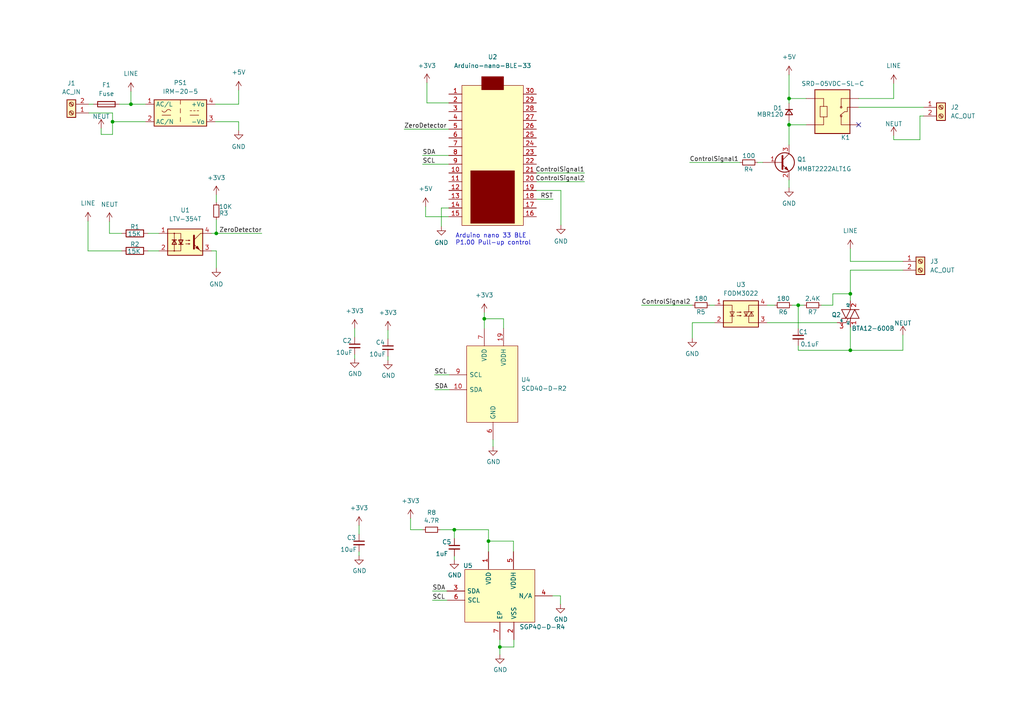
<source format=kicad_sch>
(kicad_sch (version 20211123) (generator eeschema)
  (paper "A4")
  (lib_symbols
    (symbol "Connector:Screw_Terminal_01x02" (pin_names (offset 1.016) hide)
      (property "Reference" "J" (at 0 2.54 0))
      (property "Value" "Screw_Terminal_01x02" (at 0 -5.08 0))
      (symbol "Screw_Terminal_01x02_1_1"
        (rectangle (start -1.27 1.27) (end 1.27 -3.81) (stroke (width 0.254)) (fill (type background)))
        (circle (center 0 -2.54) (radius 0.635) (stroke (width 0.1524)))
        (polyline (pts (xy -0.5334 -2.2098) (xy 0.3302 -3.048)) (stroke (width 0.1524)))
        (polyline (pts (xy -0.5334 0.3302) (xy 0.3302 -0.508)) (stroke (width 0.1524)))
        (polyline (pts (xy -0.3556 -2.032) (xy 0.508 -2.8702)) (stroke (width 0.1524)))
        (polyline (pts (xy -0.3556 0.508) (xy 0.508 -0.3302)) (stroke (width 0.1524)))
        (circle (center 0 0) (radius 0.635) (stroke (width 0.1524)))
        (pin passive line (at -5.08 0 0) (length 3.81) (name "Pin_1") (number "1"))
        (pin passive line (at -5.08 -2.54 0) (length 3.81) (name "Pin_2") (number "2"))
      )
    )
    (symbol "Converter_ACDC:IRM-20-5"
      (property "Reference" "PS" (at 0 5.08 0))
      (property "Value" "IRM-20-5" (at 0 -5.08 0))
      (symbol "IRM-20-5_0_1"
        (rectangle (start -7.62 3.81) (end 7.62 -3.81) (stroke (width 0.254)) (fill (type background)))
        (arc (start -5.334 0.635) (mid -4.699 0.2495) (end -4.064 0.635))
        (arc (start -2.794 0.635) (mid -3.429 1.0072) (end -4.064 0.635))
        (polyline (pts (xy -5.334 -0.635) (xy -2.794 -0.635)))
        (polyline (pts (xy 0 -1.27) (xy 0 -2.54)))
        (polyline (pts (xy 0 1.27) (xy 0 0)))
        (polyline (pts (xy 0 3.81) (xy 0 2.54)))
        (polyline (pts (xy 2.794 -0.635) (xy 5.334 -0.635)))
        (polyline (pts (xy 2.794 0.635) (xy 3.302 0.635)))
        (polyline (pts (xy 3.81 0.635) (xy 4.318 0.635)))
        (polyline (pts (xy 4.826 0.635) (xy 5.334 0.635)))
      )
      (symbol "IRM-20-5_1_1"
        (pin power_in line (at -10.16 2.54 0) (length 2.54) (name "AC/L") (number "1"))
        (pin power_in line (at -10.16 -2.54 0) (length 2.54) (name "AC/N") (number "2"))
        (pin power_out line (at 10.16 -2.54 180) (length 2.54) (name "-Vo") (number "3"))
        (pin power_out line (at 10.16 2.54 180) (length 2.54) (name "+Vo") (number "4"))
      )
    )
    (symbol "Device:C_Small" (pin_numbers hide) (pin_names (offset 0.254) hide)
      (property "Reference" "C" (at 0.254 1.778 0))
      (property "Value" "C_Small" (at 0.254 -2.032 0))
      (symbol "C_Small_0_1"
        (polyline (pts (xy -1.524 -0.508) (xy 1.524 -0.508)) (stroke (width 0.3302)))
        (polyline (pts (xy -1.524 0.508) (xy 1.524 0.508)) (stroke (width 0.3048)))
      )
      (symbol "C_Small_1_1"
        (pin passive line (at 0 2.54 270) (length 2.032) (name "~") (number "1"))
        (pin passive line (at 0 -2.54 90) (length 2.032) (name "~") (number "2"))
      )
    )
    (symbol "Device:D_Small" (pin_numbers hide) (pin_names (offset 0.254) hide)
      (property "Reference" "D" (at -1.27 2.032 0))
      (property "Value" "D_Small" (at -3.81 -2.032 0))
      (symbol "D_Small_0_1"
        (polyline (pts (xy -0.762 -1.016) (xy -0.762 1.016)) (stroke (width 0.254)))
        (polyline (pts (xy -0.762 0) (xy 0.762 0)))
        (polyline (pts (xy 0.762 -1.016) (xy -0.762 0) (xy 0.762 1.016) (xy 0.762 -1.016)) (stroke (width 0.254)))
      )
      (symbol "D_Small_1_1"
        (pin passive line (at -2.54 0 0) (length 1.778) (name "K") (number "1"))
        (pin passive line (at 2.54 0 180) (length 1.778) (name "A") (number "2"))
      )
    )
    (symbol "Device:Fuse" (pin_numbers hide) (pin_names (offset 0))
      (property "Reference" "F" (at 2.032 0 90))
      (property "Value" "Fuse" (at -1.905 0 90))
      (symbol "Fuse_0_1"
        (rectangle (start -0.762 -2.54) (end 0.762 2.54) (stroke (width 0.254)))
        (polyline (pts (xy 0 2.54) (xy 0 -2.54)))
      )
      (symbol "Fuse_1_1"
        (pin passive line (at 0 3.81 270) (length 1.27) (name "~") (number "1"))
        (pin passive line (at 0 -3.81 90) (length 1.27) (name "~") (number "2"))
      )
    )
    (symbol "Device:R" (pin_numbers hide) (pin_names (offset 0))
      (property "Reference" "R" (at 2.032 0 90))
      (property "Value" "R" (at 0 0 90))
      (symbol "R_0_1"
        (rectangle (start -1.016 -2.54) (end 1.016 2.54) (stroke (width 0.254)))
      )
      (symbol "R_1_1"
        (pin passive line (at 0 3.81 270) (length 1.27) (name "~") (number "1"))
        (pin passive line (at 0 -3.81 90) (length 1.27) (name "~") (number "2"))
      )
    )
    (symbol "Device:R_Small" (pin_numbers hide) (pin_names (offset 0.254) hide)
      (property "Reference" "R" (at 0.762 0.508 0))
      (property "Value" "R_Small" (at 0.762 -1.016 0))
      (symbol "R_Small_0_1"
        (rectangle (start -0.762 1.778) (end 0.762 -1.778) (stroke (width 0.2032)))
      )
      (symbol "R_Small_1_1"
        (pin passive line (at 0 2.54 270) (length 0.762) (name "~") (number "1"))
        (pin passive line (at 0 -2.54 90) (length 0.762) (name "~") (number "2"))
      )
    )
    (symbol "Isolator:LTV-354T" (pin_names (offset 1.016))
      (property "Reference" "U" (at -5.334 4.826 0))
      (property "Value" "LTV-354T" (at 0 5.08 0))
      (symbol "LTV-354T_0_1"
        (rectangle (start -5.08 3.81) (end 5.08 -3.81) (stroke (width 0.254)) (fill (type background)))
        (circle (center -3.175 -2.54) (radius 0.127))
        (circle (center -3.175 2.54) (radius 0.127))
        (polyline (pts (xy -3.81 0.635) (xy -2.54 0.635)) (stroke (width 0.254)))
        (polyline (pts (xy -3.175 -0.635) (xy -3.175 -2.54)))
        (polyline (pts (xy -3.175 -0.635) (xy -3.175 2.54)))
        (polyline (pts (xy -1.905 -0.635) (xy -0.635 -0.635)) (stroke (width 0.254)))
        (polyline (pts (xy 2.54 0.635) (xy 4.445 2.54)))
        (polyline (pts (xy 4.445 -2.54) (xy 2.54 -0.635)) (fill (type outline)))
        (polyline (pts (xy 4.445 -2.54) (xy 5.08 -2.54)))
        (polyline (pts (xy 4.445 2.54) (xy 5.08 2.54)))
        (polyline (pts (xy -5.08 2.54) (xy -1.27 2.54) (xy -1.27 -0.635)))
        (polyline (pts (xy -1.27 -0.635) (xy -1.27 -2.54) (xy -5.08 -2.54)))
        (polyline (pts (xy 2.54 1.905) (xy 2.54 -1.905) (xy 2.54 -1.905)) (stroke (width 0.508)))
        (polyline (pts (xy -3.175 0.635) (xy -3.81 -0.635) (xy -2.54 -0.635) (xy -3.175 0.635)) (stroke (width 0.254)))
        (polyline (pts (xy -1.27 -0.635) (xy -1.905 0.635) (xy -0.635 0.635) (xy -1.27 -0.635)) (stroke (width 0.254)))
        (polyline (pts (xy 0.127 -0.508) (xy 1.397 -0.508) (xy 1.016 -0.635) (xy 1.016 -0.381) (xy 1.397 -0.508)))
        (polyline (pts (xy 0.127 0.508) (xy 1.397 0.508) (xy 1.016 0.381) (xy 1.016 0.635) (xy 1.397 0.508)))
        (polyline (pts (xy 3.048 -1.651) (xy 3.556 -1.143) (xy 4.064 -2.159) (xy 3.048 -1.651) (xy 3.048 -1.651)) (fill (type outline)))
      )
      (symbol "LTV-354T_1_1"
        (pin passive line (at -7.62 2.54 0) (length 2.54) (name "~") (number "1"))
        (pin passive line (at -7.62 -2.54 0) (length 2.54) (name "~") (number "2"))
        (pin passive line (at 7.62 -2.54 180) (length 2.54) (name "~") (number "3"))
        (pin passive line (at 7.62 2.54 180) (length 2.54) (name "~") (number "4"))
      )
    )
    (symbol "Relay_SolidState:FODM3022"
      (property "Reference" "U" (at -5.08 5.08 0))
      (property "Value" "FODM3022" (at 0 5.08 0))
      (symbol "FODM3022_0_1"
        (rectangle (start -5.08 3.81) (end 5.08 -3.81) (stroke (width 0.254)) (fill (type background)))
        (polyline (pts (xy -3.175 -0.635) (xy -1.905 -0.635)))
        (polyline (pts (xy 1.524 -0.635) (xy 1.524 0.635)))
        (polyline (pts (xy 3.048 0.635) (xy 3.048 -0.635)))
        (polyline (pts (xy 2.286 -0.635) (xy 2.286 -2.54) (xy 5.08 -2.54)))
        (polyline (pts (xy 2.286 0.635) (xy 2.286 2.54) (xy 5.08 2.54)))
        (polyline (pts (xy -5.08 2.54) (xy -2.54 2.54) (xy -2.54 -2.54) (xy -5.08 -2.54)))
        (polyline (pts (xy -2.54 -0.635) (xy -3.175 0.635) (xy -1.905 0.635) (xy -2.54 -0.635)))
        (polyline (pts (xy 0.889 -0.635) (xy 3.683 -0.635) (xy 3.048 0.635) (xy 2.413 -0.635)))
        (polyline (pts (xy 3.683 0.635) (xy 0.889 0.635) (xy 1.524 -0.635) (xy 2.159 0.635)))
        (polyline (pts (xy -1.143 -0.508) (xy 0.127 -0.508) (xy -0.254 -0.635) (xy -0.254 -0.381) (xy 0.127 -0.508)))
        (polyline (pts (xy -1.143 0.508) (xy 0.127 0.508) (xy -0.254 0.381) (xy -0.254 0.635) (xy 0.127 0.508)))
      )
      (symbol "FODM3022_1_1"
        (pin passive line (at -7.62 2.54 0) (length 2.54) (name "~") (number "1"))
        (pin passive line (at -7.62 -2.54 0) (length 2.54) (name "~") (number "2"))
        (pin passive line (at 7.62 -2.54 180) (length 2.54) (name "~") (number "3"))
        (pin passive line (at 7.62 2.54 180) (length 2.54) (name "~") (number "4"))
      )
    )
    (symbol "Transistor_BJT:2SC4213" (pin_names (offset 0) hide)
      (property "Reference" "Q" (at 5.08 1.905 0))
      (property "Value" "2SC4213" (at 5.08 0 0))
      (symbol "2SC4213_0_1"
        (polyline (pts (xy 0.635 0.635) (xy 2.54 2.54)))
        (polyline (pts (xy 0.635 -0.635) (xy 2.54 -2.54) (xy 2.54 -2.54)))
        (polyline (pts (xy 0.635 1.905) (xy 0.635 -1.905) (xy 0.635 -1.905)) (stroke (width 0.508)))
        (polyline (pts (xy 1.27 -1.778) (xy 1.778 -1.27) (xy 2.286 -2.286) (xy 1.27 -1.778) (xy 1.27 -1.778)) (fill (type outline)))
        (circle (center 1.27 0) (radius 2.8194) (stroke (width 0.254)))
      )
      (symbol "2SC4213_1_1"
        (pin input line (at -5.08 0 0) (length 5.715) (name "B") (number "1"))
        (pin passive line (at 2.54 -5.08 90) (length 2.54) (name "E") (number "2"))
        (pin passive line (at 2.54 5.08 270) (length 2.54) (name "C") (number "3"))
      )
    )
    (symbol "Triac_Thyristor:TIC206" (pin_names (offset 0))
      (property "Reference" "Q" (at 5.08 1.905 0))
      (property "Value" "TIC206" (at 5.08 0 0))
      (symbol "TIC206_0_1"
        (polyline (pts (xy -2.54 -1.27) (xy 2.54 -1.27)) (stroke (width 0.2032)))
        (polyline (pts (xy -2.54 1.27) (xy 2.54 1.27)) (stroke (width 0.2032)))
        (polyline (pts (xy -1.27 -2.54) (xy -0.635 -1.27)))
        (polyline (pts (xy -2.54 1.27) (xy -1.27 -1.27) (xy 0 1.27)) (stroke (width 0.2032)))
        (polyline (pts (xy 0 -1.27) (xy 1.27 1.27) (xy 2.54 -1.27)) (stroke (width 0.2032)))
      )
      (symbol "TIC206_1_1"
        (pin passive line (at 0 -3.81 90) (length 2.54) (name "A1") (number "1"))
        (pin passive line (at 0 3.81 270) (length 2.54) (name "A2") (number "2"))
        (pin input line (at -3.81 -2.54 0) (length 2.54) (name "G") (number "3"))
      )
    )
    (symbol "hack-it-back:Arduino-nano-BLE-33" (pin_names (offset 1.016) hide)
      (property "Reference" "U?" (at 0 28.575 0))
      (property "Value" "Arduino-nano-BLE-33" (at 0 26.035 0))
      (symbol "Arduino-nano-BLE-33_0_1"
        (rectangle (start -8.89 -20.32) (end 8.89 20.32) (fill (type background)))
        (rectangle (start -3.175 22.86) (end 3.175 19.05) (fill (type outline)))
        (rectangle (start 6.35 -19.685) (end -6.35 -4.445) (fill (type outline)))
      )
      (symbol "Arduino-nano-BLE-33_1_1"
        (pin passive line (at -12.7 17.78 0) (length 3.81) (name "1") (number "1"))
        (pin passive line (at -12.7 -5.08 0) (length 3.81) (name "10") (number "10"))
        (pin passive line (at -12.7 -7.62 0) (length 3.81) (name "11") (number "11"))
        (pin passive line (at -12.7 -10.16 0) (length 3.81) (name "12") (number "12"))
        (pin passive line (at -12.7 -12.7 0) (length 3.81) (name "13") (number "13"))
        (pin passive line (at -12.7 -15.24 0) (length 3.81) (name "14") (number "14"))
        (pin passive line (at -12.7 -17.78 0) (length 3.81) (name "15") (number "15"))
        (pin passive line (at 12.7 -17.78 180) (length 3.81) (name "16") (number "16"))
        (pin passive line (at 12.7 -15.24 180) (length 3.81) (name "17") (number "17"))
        (pin passive line (at 12.7 -12.7 180) (length 3.81) (name "18") (number "18"))
        (pin passive line (at 12.7 -10.16 180) (length 3.81) (name "19") (number "19"))
        (pin passive line (at -12.7 15.24 0) (length 3.81) (name "2") (number "2"))
        (pin passive line (at 12.7 -7.62 180) (length 3.81) (name "20") (number "20"))
        (pin passive line (at 12.7 -5.08 180) (length 3.81) (name "21") (number "21"))
        (pin passive line (at 12.7 -2.54 180) (length 3.81) (name "22") (number "22"))
        (pin passive line (at 12.7 0 180) (length 3.81) (name "23") (number "23"))
        (pin passive line (at 12.7 2.54 180) (length 3.81) (name "24") (number "24"))
        (pin passive line (at 12.7 5.08 180) (length 3.81) (name "25") (number "25"))
        (pin passive line (at 12.7 7.62 180) (length 3.81) (name "26") (number "26"))
        (pin passive line (at 12.7 10.16 180) (length 3.81) (name "27") (number "27"))
        (pin passive line (at 12.7 12.7 180) (length 3.81) (name "28") (number "28"))
        (pin passive line (at 12.7 15.24 180) (length 3.81) (name "29") (number "29"))
        (pin passive line (at -12.7 12.7 0) (length 3.81) (name "3") (number "3"))
        (pin passive line (at 12.7 17.78 180) (length 3.81) (name "30") (number "30"))
        (pin passive line (at -12.7 10.16 0) (length 3.81) (name "4") (number "4"))
        (pin passive line (at -12.7 7.62 0) (length 3.81) (name "5") (number "5"))
        (pin passive line (at -12.7 5.08 0) (length 3.81) (name "6") (number "6"))
        (pin passive line (at -12.7 2.54 0) (length 3.81) (name "7") (number "7"))
        (pin passive line (at -12.7 0 0) (length 3.81) (name "8") (number "8"))
        (pin passive line (at -12.7 -2.54 0) (length 3.81) (name "9") (number "9"))
      )
    )
    (symbol "hack-it-back:SCD40-D-R2" (pin_names (offset 0.762))
      (property "Reference" "U" (at 29.21 17.78 0))
      (property "Value" "SCD40-D-R2" (at 29.21 15.24 0))
      (symbol "SCD40-D-R2_0_0"
        (pin passive line (at 6.35 0 0) (length 5.08) (name "SDA") (number "10"))
        (pin passive line (at 22.098 17.78 270) (length 5.08) (name "VDDH") (number "19"))
        (pin passive line (at 19.05 -14.478 90) (length 5.08) hide (name "GND_2") (number "20"))
        (pin passive line (at 19.05 -14.478 90) (length 5.08) hide (name "GND_3") (number "21"))
        (pin passive line (at 19.05 -14.478 90) (length 5.08) (name "GND") (number "6"))
        (pin passive line (at 16.51 17.78 270) (length 5.08) (name "VDD") (number "7"))
        (pin passive line (at 6.35 4.318 0) (length 5.08) (name "SCL") (number "9"))
      )
      (symbol "SCD40-D-R2_0_1"
        (rectangle (start 11.43 12.7) (end 26.2636 -9.4488) (fill (type background)))
      )
    )
    (symbol "hack-it-back:SGP40-D-R4" (pin_names (offset 0.762))
      (property "Reference" "U" (at 10.287 10.541 0))
      (property "Value" "SGP40-D-R4" (at 10.287 8.001 0))
      (symbol "SGP40-D-R4_0_0"
        (pin passive line (at -4.445 10.668 270) (length 5.08) (name "VDD") (number "1"))
        (pin passive line (at 2.921 -14.859 90) (length 5.08) (name "VSS") (number "2"))
        (pin passive line (at -16.51 -0.762 0) (length 5.08) (name "SDA") (number "3"))
        (pin passive line (at 14.097 -2.159 180) (length 5.08) (name "N/A") (number "4"))
        (pin passive line (at 2.794 10.668 270) (length 5.08) (name "VDDH") (number "5"))
        (pin passive line (at -16.383 -3.429 0) (length 5.08) (name "SCL") (number "6"))
        (pin passive line (at -1.143 -14.859 90) (length 5.08) (name "EP") (number "7"))
      )
      (symbol "SGP40-D-R4_0_1"
        (polyline (pts (xy -11.303 5.461) (xy 9.017 5.461) (xy 9.017 -9.779) (xy -11.303 -9.779) (xy -11.303 5.461)) (stroke (width 0.1524)) (fill (type background)))
      )
    )
    (symbol "hack-it-back:SRD-05VDC-SL-C" (pin_numbers hide) (pin_names (offset 1.016) hide)
      (property "Reference" "K" (at -5.08 5.842 0))
      (property "Value" "SRD-05VDC-SL-C" (at -5.08 -10.16 0))
      (symbol "SRD-05VDC-SL-C_0_0"
        (rectangle (start -5.08 5.08) (end 5.08 -7.62) (fill (type background)))
        (polyline (pts (xy -5.08 -7.62) (xy -5.08 5.08)) (stroke (width 0.254)))
        (polyline (pts (xy -5.08 2.54) (xy -2.54 2.54)) (stroke (width 0.1524)))
        (polyline (pts (xy -5.08 5.08) (xy 5.08 5.08)) (stroke (width 0.254)) (fill (type background)))
        (polyline (pts (xy -3.556 -2.794) (xy -2.54 -2.794)) (stroke (width 0.1524)))
        (polyline (pts (xy -3.556 0.254) (xy -3.556 -2.794)) (stroke (width 0.1524)))
        (polyline (pts (xy -2.54 -5.08) (xy -5.08 -5.08)) (stroke (width 0.1524)))
        (polyline (pts (xy -2.54 -2.794) (xy -2.54 -5.08)) (stroke (width 0.1524)))
        (polyline (pts (xy -2.54 -2.794) (xy -1.524 -2.794)) (stroke (width 0.1524)))
        (polyline (pts (xy -2.54 0.254) (xy -3.556 0.254)) (stroke (width 0.1524)))
        (polyline (pts (xy -2.54 2.54) (xy -2.54 0.254)) (stroke (width 0.1524)))
        (polyline (pts (xy -1.524 -2.794) (xy -1.524 0.254)) (stroke (width 0.1524)))
        (polyline (pts (xy -1.524 0.254) (xy -2.54 0.254)) (stroke (width 0.1524)))
        (polyline (pts (xy 2.54 -5.08) (xy 5.08 -5.08)) (stroke (width 0.1524)))
        (polyline (pts (xy 2.54 -2.54) (xy 2.54 -5.08)) (stroke (width 0.1524)))
        (polyline (pts (xy 2.54 2.54) (xy 2.54 0)) (stroke (width 0.1524)))
        (polyline (pts (xy 3.556 -1.27) (xy 2.286 -2.286)) (stroke (width 0.1524)))
        (polyline (pts (xy 3.556 -1.27) (xy 4.318 -1.27)) (stroke (width 0.1524)))
        (polyline (pts (xy 4.318 -1.27) (xy 4.318 0)) (stroke (width 0.1524)))
        (polyline (pts (xy 4.318 0) (xy 5.08 0)) (stroke (width 0.1524)))
        (polyline (pts (xy 5.08 -7.62) (xy -5.08 -7.62)) (stroke (width 0.254)))
        (polyline (pts (xy 5.08 0) (xy 5.08 -7.62)) (stroke (width 0.254)))
        (polyline (pts (xy 5.08 2.54) (xy 2.54 2.54)) (stroke (width 0.1524)))
        (polyline (pts (xy 5.08 5.08) (xy 5.08 0)) (stroke (width 0.254)))
        (circle (center 2.54 -2.54) (radius 0.254) (stroke (width 0.1524)))
        (circle (center 2.54 0) (radius 0.254) (stroke (width 0.1524)))
        (pin passive line (at -7.62 2.54 0) (length 2.54) (name "~") (number "A1"))
        (pin passive line (at -7.62 -5.08 0) (length 2.54) (name "~") (number "A2"))
        (pin passive line (at 7.62 0 180) (length 2.54) (name "~") (number "COM"))
        (pin passive line (at 7.62 -5.08 180) (length 2.54) (name "~") (number "NC"))
        (pin passive line (at 7.62 2.54 180) (length 2.54) (name "~") (number "NO"))
      )
    )
    (symbol "power:+3.3V" (power) (pin_names (offset 0))
      (property "Value" "+3.3V" (at 0 3.556 0))
      (symbol "+3.3V_0_1"
        (polyline (pts (xy -0.762 1.27) (xy 0 2.54)))
        (polyline (pts (xy 0 0) (xy 0 2.54)))
        (polyline (pts (xy 0 2.54) (xy 0.762 1.27)))
      )
      (symbol "+3.3V_1_1"
        (pin power_in line (at 0 0 90) (length 0) hide (name "+3V3") (number "1"))
      )
    )
    (symbol "power:+5V" (power) (pin_names (offset 0))
      (property "Value" "+5V" (at 0 3.556 0))
      (symbol "+5V_0_1"
        (polyline (pts (xy -0.762 1.27) (xy 0 2.54)))
        (polyline (pts (xy 0 0) (xy 0 2.54)))
        (polyline (pts (xy 0 2.54) (xy 0.762 1.27)))
      )
      (symbol "+5V_1_1"
        (pin power_in line (at 0 0 90) (length 0) hide (name "+5V") (number "1"))
      )
    )
    (symbol "power:GND" (power) (pin_names (offset 0))
      (property "Value" "GND" (at 0 -3.81 0))
      (symbol "GND_0_1"
        (polyline (pts (xy 0 0) (xy 0 -1.27) (xy 1.27 -1.27) (xy 0 -2.54) (xy -1.27 -1.27) (xy 0 -1.27)))
      )
      (symbol "GND_1_1"
        (pin power_in line (at 0 0 270) (length 0) hide (name "GND") (number "1"))
      )
    )
    (symbol "power:LINE" (power) (pin_names (offset 0))
      (property "Value" "LINE" (at 0 3.81 0))
      (symbol "LINE_0_1"
        (polyline (pts (xy -0.762 1.27) (xy 0 2.54)))
        (polyline (pts (xy 0 0) (xy 0 2.54)))
        (polyline (pts (xy 0 2.54) (xy 0.762 1.27)))
      )
      (symbol "LINE_1_1"
        (pin power_in line (at 0 0 90) (length 0) hide (name "LINE") (number "1"))
      )
    )
    (symbol "power:NEUT" (power) (pin_names (offset 0))
      (property "Value" "NEUT" (at 0 3.81 0))
      (symbol "NEUT_0_1"
        (polyline (pts (xy -0.762 1.27) (xy 0 2.54)))
        (polyline (pts (xy 0 0) (xy 0 2.54)))
        (polyline (pts (xy 0 2.54) (xy 0.762 1.27)))
      )
      (symbol "NEUT_1_1"
        (pin power_in line (at 0 0 90) (length 0) hide (name "NEUT") (number "1"))
      )
    )
  )
  (junction (at 141.6812 156.9466))
  (junction (at 228.854 36.195))
  (junction (at 140.462 92.456))
  (junction (at 144.9832 187.6552))
  (junction (at 62.738 67.691))
  (junction (at 131.7752 153.6446))
  (junction (at 228.854 28.575))
  (junction (at 32.639 35.306))
  (junction (at 231.521 88.519))
  (junction (at 246.634 101.6))
  (junction (at 246.634 85.217))
  (junction (at 37.973 30.226))
  (no_connect (at 249.047 36.195))
  (wire (pts (xy 25.527 64.135) (xy 25.527 72.771)))
  (wire (pts (xy 141.6812 156.9466) (xy 141.6812 153.6446)))
  (wire (pts (xy 122.555 47.625) (xy 130.175 47.625)))
  (wire (pts (xy 69.215 30.226) (xy 69.215 26.162)))
  (wire (pts (xy 125.4252 171.4246) (xy 129.6162 171.4246)))
  (wire (pts (xy 155.575 52.705) (xy 169.545 52.705)))
  (wire (pts (xy 31.75 67.691) (xy 35.306 67.691)))
  (wire (pts (xy 29.337 37.211) (xy 29.337 38.989)))
  (wire (pts (xy 148.9202 156.9466) (xy 148.9202 159.9946)))
  (wire (pts (xy 266.827 33.655) (xy 266.827 40.513)))
  (wire (pts (xy 112.522 95.758) (xy 112.522 98.298)))
  (wire (pts (xy 246.634 75.819) (xy 261.874 75.819)))
  (wire (pts (xy 155.575 50.165) (xy 169.545 50.165)))
  (wire (pts (xy 241.554 85.217) (xy 246.634 85.217)))
  (wire (pts (xy 62.738 56.515) (xy 62.738 58.674)))
  (wire (pts (xy 123.444 59.944) (xy 123.444 62.865)))
  (wire (pts (xy 231.521 88.519) (xy 233.172 88.519)))
  (wire (pts (xy 144.9832 187.6552) (xy 144.9832 185.5216)))
  (wire (pts (xy 42.926 72.771) (xy 46.101 72.771)))
  (wire (pts (xy 222.504 88.519) (xy 224.663 88.519)))
  (wire (pts (xy 162.56 175.26) (xy 162.56 172.8216)))
  (wire (pts (xy 122.555 45.085) (xy 130.175 45.085)))
  (wire (pts (xy 246.634 87.249) (xy 246.634 85.217)))
  (wire (pts (xy 186.055 88.519) (xy 200.787 88.519)))
  (wire (pts (xy 125.4252 174.0916) (xy 129.7432 174.0916)))
  (wire (pts (xy 200.787 98.044) (xy 200.787 93.599)))
  (wire (pts (xy 62.484 30.226) (xy 69.215 30.226)))
  (wire (pts (xy 25.781 30.226) (xy 27.051 30.226)))
  (wire (pts (xy 37.973 26.543) (xy 37.973 30.226)))
  (wire (pts (xy 141.6812 156.9466) (xy 141.6812 159.9946)))
  (wire (pts (xy 32.639 38.989) (xy 32.639 35.306)))
  (wire (pts (xy 141.6812 156.9466) (xy 148.9202 156.9466)))
  (wire (pts (xy 219.71 47.117) (xy 221.234 47.117)))
  (wire (pts (xy 228.854 42.037) (xy 228.854 36.195)))
  (wire (pts (xy 25.527 72.771) (xy 35.306 72.771)))
  (wire (pts (xy 267.843 33.655) (xy 266.827 33.655)))
  (wire (pts (xy 146.05 92.456) (xy 140.462 92.456)))
  (wire (pts (xy 123.825 29.845) (xy 123.825 24.003)))
  (wire (pts (xy 131.7752 153.6446) (xy 131.7752 156.1846)))
  (wire (pts (xy 130.175 29.845) (xy 123.825 29.845)))
  (wire (pts (xy 42.926 67.691) (xy 46.101 67.691)))
  (wire (pts (xy 34.671 30.226) (xy 37.973 30.226)))
  (wire (pts (xy 160.401 57.785) (xy 155.575 57.785)))
  (wire (pts (xy 228.854 21.717) (xy 228.854 28.575)))
  (wire (pts (xy 231.521 95.25) (xy 231.521 88.519)))
  (wire (pts (xy 146.05 95.25) (xy 146.05 92.456)))
  (wire (pts (xy 241.554 88.519) (xy 241.554 85.217)))
  (wire (pts (xy 117.221 37.465) (xy 130.175 37.465)))
  (wire (pts (xy 140.462 92.456) (xy 140.462 95.25)))
  (wire (pts (xy 205.867 88.519) (xy 207.264 88.519)))
  (wire (pts (xy 69.215 35.306) (xy 62.484 35.306)))
  (wire (pts (xy 200.025 47.117) (xy 214.63 47.117)))
  (wire (pts (xy 104.14 152.4) (xy 104.14 154.94)))
  (wire (pts (xy 231.521 88.519) (xy 229.743 88.519)))
  (wire (pts (xy 261.874 101.6) (xy 246.634 101.6)))
  (wire (pts (xy 37.973 30.226) (xy 42.164 30.226)))
  (wire (pts (xy 102.87 102.87) (xy 102.87 104.013)))
  (wire (pts (xy 228.854 35.052) (xy 228.854 36.195)))
  (wire (pts (xy 222.504 93.599) (xy 242.824 93.599)))
  (wire (pts (xy 149.0472 187.6552) (xy 144.9832 187.6552)))
  (wire (pts (xy 119.0752 153.6446) (xy 122.6312 153.6446)))
  (wire (pts (xy 104.14 160.02) (xy 104.14 161.163)))
  (wire (pts (xy 62.738 63.754) (xy 62.738 67.691)))
  (wire (pts (xy 231.521 101.6) (xy 246.634 101.6)))
  (wire (pts (xy 128.016 65.659) (xy 128.016 60.325)))
  (wire (pts (xy 200.787 93.599) (xy 207.264 93.599)))
  (wire (pts (xy 140.462 90.678) (xy 140.462 92.456)))
  (wire (pts (xy 29.337 38.989) (xy 32.639 38.989)))
  (wire (pts (xy 141.6812 153.6446) (xy 131.7752 153.6446)))
  (wire (pts (xy 119.0752 150.3426) (xy 119.0752 153.6446)))
  (wire (pts (xy 259.207 24.257) (xy 259.207 28.575)))
  (wire (pts (xy 69.215 37.846) (xy 69.215 35.306)))
  (wire (pts (xy 259.207 28.575) (xy 249.047 28.575)))
  (wire (pts (xy 228.854 52.197) (xy 228.854 54.4322)))
  (wire (pts (xy 62.738 72.771) (xy 61.341 72.771)))
  (wire (pts (xy 125.984 108.712) (xy 130.302 108.712)))
  (wire (pts (xy 238.252 88.519) (xy 241.554 88.519)))
  (wire (pts (xy 162.687 65.278) (xy 162.687 55.245)))
  (wire (pts (xy 128.016 60.325) (xy 130.175 60.325)))
  (wire (pts (xy 62.738 77.724) (xy 62.738 72.771)))
  (wire (pts (xy 62.738 67.691) (xy 61.341 67.691)))
  (wire (pts (xy 249.047 31.115) (xy 267.843 31.115)))
  (wire (pts (xy 131.7752 161.2646) (xy 131.7752 162.4076)))
  (wire (pts (xy 112.522 103.378) (xy 112.522 104.521)))
  (wire (pts (xy 228.854 36.195) (xy 233.807 36.195)))
  (wire (pts (xy 228.854 28.575) (xy 233.807 28.575)))
  (wire (pts (xy 228.854 29.972) (xy 228.854 28.575)))
  (wire (pts (xy 246.634 78.359) (xy 261.874 78.359)))
  (wire (pts (xy 246.634 101.6) (xy 246.634 94.869)))
  (wire (pts (xy 127.7112 153.6446) (xy 131.7752 153.6446)))
  (wire (pts (xy 143.002 127.508) (xy 143.002 129.54)))
  (wire (pts (xy 246.634 72.136) (xy 246.634 75.819)))
  (wire (pts (xy 246.634 85.217) (xy 246.634 78.359)))
  (wire (pts (xy 102.87 95.25) (xy 102.87 97.79)))
  (wire (pts (xy 162.56 172.8216) (xy 160.2232 172.8216)))
  (wire (pts (xy 259.207 40.513) (xy 259.207 39.37)))
  (wire (pts (xy 144.9832 187.6552) (xy 144.9832 189.865)))
  (wire (pts (xy 126.111 113.03) (xy 130.302 113.03)))
  (wire (pts (xy 32.639 35.306) (xy 42.164 35.306)))
  (wire (pts (xy 261.874 97.155) (xy 261.874 101.6)))
  (wire (pts (xy 149.0472 185.5216) (xy 149.0472 187.6552)))
  (wire (pts (xy 32.639 32.766) (xy 32.639 35.306)))
  (wire (pts (xy 62.738 67.691) (xy 75.946 67.691)))
  (wire (pts (xy 162.687 55.245) (xy 155.575 55.245)))
  (wire (pts (xy 25.781 32.766) (xy 32.639 32.766)))
  (wire (pts (xy 231.521 100.33) (xy 231.521 101.6)))
  (wire (pts (xy 31.75 64.262) (xy 31.75 67.691)))
  (wire (pts (xy 266.827 40.513) (xy 259.207 40.513)))
  (wire (pts (xy 123.444 62.865) (xy 130.175 62.865)))
  (text "Arduino nano 33 BLE \nP1.00 Pull-up control" (at 132.08 71.247 0) (effects (font (size 1.27 1.27)) (justify left bottom)))
  (label "SCL" (at 125.4252 174.0916 0))
  (label "ZeroDetector" (at 117.221 37.465 0))
  (label "SDA" (at 125.4252 171.4246 0))
  (label "ZeroDetector" (at 75.946 67.691 180))
  (label "RST" (at 160.401 57.785 180))
  (label "SCL" (at 122.555 47.625 0))
  (label "ControlSignal1" (at 169.545 50.165 180))
  (label "ControlSignal2" (at 169.545 52.705 180))
  (label "ControlSignal2" (at 186.055 88.519 0))
  (label "SDA" (at 126.111 113.03 0))
  (label "ControlSignal1" (at 200.025 47.117 0))
  (label "SDA" (at 122.555 45.085 0))
  (label "SCL" (at 125.984 108.712 0))
  (symbol (lib_id "power:NEUT") (at 259.207 39.37 0) (unit 1)
    (property "Reference" "#PWR0110" (effects hide))
    (property "Value" "NEUT" (at 259.207 35.941 0))
  )
  (symbol (lib_id "power:GND") (at 228.854 54.4322 0) (unit 1)
    (property "Reference" "#PWR0107" (effects hide))
    (property "Value" "GND" (at 228.854 58.9947 0))
  )
  (symbol (lib_id "Device:R_Small") (at 62.738 61.214 180) (unit 1)
    (property "Reference" "R3" (at 64.897 61.849 0))
    (property "Value" "10K" (at 65.405 59.944 0))
    (property "Footprint" "Resistor_SMD:R_0805_2012Metric" (effects hide))
  )
  (symbol (lib_id "power:+3.3V") (at 119.0752 150.3426 0) (unit 1)
    (property "Reference" "#PWR07" (effects hide))
    (property "Value" "+3.3V" (at 119.0752 145.2626 0))
  )
  (symbol (lib_id "Device:Fuse") (at 30.861 30.226 90) (unit 1)
    (property "Reference" "F1" (at 30.861 24.638 90))
    (property "Value" "Fuse" (at 30.861 27.178 90))
    (property "Footprint" "Fuse:Fuseholder_Littelfuse_100_series_5x20mm" (effects hide))
  )
  (symbol (lib_id "Device:R_Small") (at 235.712 88.519 90) (unit 1)
    (property "Reference" "R7" (at 235.6612 90.5002 90))
    (property "Value" "2.4K" (at 235.712 86.591 90))
    (property "Footprint" "Resistor_SMD:R_1206_3216Metric" (effects hide))
  )
  (symbol (lib_id "Transistor_BJT:2SC4213") (at 226.314 47.117 0) (unit 1)
    (property "Reference" "Q1" (at 231.1654 46.2085 0) (effects (justify left)))
    (property "Value" "MMBT2222ALT1G" (at 231.1654 48.9836 0) (effects (justify left)))
    (property "Footprint" "Package_TO_SOT_SMD:SOT-23" (effects hide))
    (property "Datasheet" "https://toshiba.semicon-storage.com/info/docget.jsp?did=19305&prodName=2SC4213" (effects hide))
  )
  (symbol (lib_id "power:GND") (at 131.7752 162.4076 0) (unit 1)
    (property "Reference" "#PWR08" (effects hide))
    (property "Value" "GND" (at 131.9022 166.8018 0))
  )
  (symbol (lib_id "Triac_Thyristor:TIC206") (at 246.634 91.059 0) (unit 1)
    (property "Reference" "Q2" (at 241.173 91.313 0) (effects (justify left)))
    (property "Value" "BTA12-600B" (at 247.015 95.25 0) (effects (justify left)))
    (property "Footprint" "Package_TO_SOT_THT:TO-220-3_Vertical" (effects hide))
    (property "Datasheet" "http://www.farnell.com/datasheets/56922.pdf" (effects hide))
  )
  (symbol (lib_id "Isolator:LTV-354T") (at 53.721 70.231 0) (unit 1)
    (property "Reference" "U1" (at 53.721 60.96 0))
    (property "Value" "LTV-354T" (at 53.721 63.5 0))
    (property "Footprint" "Package_SO:SO-4_4.4x3.6mm_P2.54mm" (effects hide))
    (property "Datasheet" "http://optoelectronics.liteon.com/upload/download/DS70-2001-004/S_110_LTV-354T%2020140520.pdf" (effects hide))
  )
  (symbol (lib_id "power:GND") (at 62.738 77.724 0) (unit 1)
    (property "Reference" "#PWR0104" (effects hide))
    (property "Value" "GND" (at 62.738 82.423 0))
  )
  (symbol (lib_id "Connector:Screw_Terminal_01x02") (at 20.701 32.766 180) (unit 1)
    (property "Reference" "J1" (at 20.701 24.13 0))
    (property "Value" "AC_IN" (at 20.701 26.67 0))
    (property "Footprint" "TerminalBlock:TerminalBlock_bornier-2_P5.08mm" (effects hide))
  )
  (symbol (lib_id "power:+3.3V") (at 102.87 95.25 0) (unit 1)
    (property "Reference" "#PWR01" (effects hide))
    (property "Value" "+3.3V" (at 102.87 90.17 0))
  )
  (symbol (lib_id "Device:C_Small") (at 102.87 100.33 0) (unit 1)
    (property "Reference" "C2" (at 99.314 98.806 0) (effects (justify left)))
    (property "Value" "10uF" (at 97.409 102.235 0) (effects (justify left)))
    (property "Footprint" "Capacitor_SMD:C_0805_2012Metric" (effects hide))
    (property "manf#" "GRM188R61C106MA73D" (effects hide))
  )
  (symbol (lib_id "power:LINE") (at 246.634 72.136 0) (unit 1)
    (property "Reference" "#PWR0118" (effects hide))
    (property "Value" "LINE" (at 246.634 66.929 0))
  )
  (symbol (lib_id "Connector:Screw_Terminal_01x02") (at 272.923 31.115 0) (unit 1)
    (property "Reference" "J2" (at 275.717 31.1149 0) (effects (justify left)))
    (property "Value" "AC_OUT" (at 275.717 33.6549 0) (effects (justify left)))
    (property "Footprint" "TerminalBlock:TerminalBlock_bornier-2_P5.08mm" (effects hide))
  )
  (symbol (lib_id "power:LINE") (at 259.207 24.257 0) (unit 1)
    (property "Reference" "#PWR0108" (effects hide))
    (property "Value" "LINE" (at 259.207 19.05 0))
  )
  (symbol (lib_id "Connector:Screw_Terminal_01x02") (at 266.954 75.819 0) (unit 1)
    (property "Reference" "J3" (at 269.748 75.8189 0) (effects (justify left)))
    (property "Value" "AC_OUT" (at 269.748 78.3589 0) (effects (justify left)))
    (property "Footprint" "TerminalBlock:TerminalBlock_bornier-2_P5.08mm" (effects hide))
  )
  (symbol (lib_id "Device:R_Small") (at 203.327 88.519 90) (unit 1)
    (property "Reference" "R5" (at 203.2762 90.5002 90))
    (property "Value" "180" (at 203.327 86.591 90))
    (property "Footprint" "Resistor_SMD:R_0805_2012Metric" (effects hide))
  )
  (symbol (lib_id "power:+3.3V") (at 62.738 56.515 0) (unit 1)
    (property "Reference" "#PWR0103" (effects hide))
    (property "Value" "+3.3V" (at 62.738 51.562 0))
  )
  (symbol (lib_id "Device:C_Small") (at 104.14 157.48 0) (unit 1)
    (property "Reference" "C3" (at 100.584 155.956 0) (effects (justify left)))
    (property "Value" "10uF" (at 98.679 159.385 0) (effects (justify left)))
    (property "Footprint" "Capacitor_SMD:C_0805_2012Metric" (effects hide))
    (property "manf#" "GRM188R61C106MA73D" (effects hide))
  )
  (symbol (lib_id "Converter_ACDC:IRM-20-5") (at 52.324 32.766 0) (unit 1)
    (property "Reference" "PS1" (at 52.324 24.003 0))
    (property "Value" "IRM-20-5" (at 52.324 26.543 0))
    (property "Footprint" "Converter_ACDC:Converter_ACDC_MeanWell_IRM-20-xx_THT" (effects hide))
    (property "Datasheet" "http://www.meanwell.com/Upload/PDF/IRM-20/IRM-20-SPEC.PDF" (effects hide))
  )
  (symbol (lib_id "power:GND") (at 104.14 161.163 0) (unit 1)
    (property "Reference" "#PWR04" (effects hide))
    (property "Value" "GND" (at 104.267 165.5572 0))
  )
  (symbol (lib_id "Device:R_Small") (at 227.203 88.519 90) (unit 1)
    (property "Reference" "R6" (at 227.1522 90.5002 90))
    (property "Value" "180" (at 227.203 86.591 90))
    (property "Footprint" "Resistor_SMD:R_1206_3216Metric" (effects hide))
  )
  (symbol (lib_id "power:NEUT") (at 261.874 97.155 0) (unit 1)
    (property "Reference" "#PWR0117" (effects hide))
    (property "Value" "NEUT" (at 261.874 93.726 0))
  )
  (symbol (lib_id "power:LINE") (at 25.527 64.135 0) (unit 1)
    (property "Reference" "#PWR0105" (effects hide))
    (property "Value" "LINE" (at 25.527 58.928 0))
  )
  (symbol (lib_id "power:GND") (at 144.9832 189.865 0) (unit 1)
    (property "Reference" "#PWR011" (effects hide))
    (property "Value" "GND" (at 145.1102 194.2592 0))
  )
  (symbol (lib_id "hack-it-back:SCD40-D-R2") (at 123.952 113.03 0) (unit 1)
    (property "Reference" "U4" (at 151.13 110.1343 0) (effects (justify left)))
    (property "Value" "SCD40-D-R2" (at 151.13 112.6743 0) (effects (justify left)))
    (property "Footprint" "hack-it-back:SCD40DR2" (effects hide))
    (property "Datasheet" "https://www.arrow.com/en/products/scd40-d-r2/sensirion-ag" (effects hide))
    (property "Description" "Air Quality Sensor CO2 Sensor 2.5V/3.3V/5V 20-Pin SMD EP" (effects hide))
    (property "manf#" "SCD40-D-R2" (effects hide))
  )
  (symbol (lib_id "hack-it-back:Arduino-nano-BLE-33") (at 142.875 45.085 0) (unit 1)
    (property "Reference" "U2" (at 142.875 16.51 0))
    (property "Value" "Arduino-nano-BLE-33" (at 142.875 19.05 0))
    (property "Footprint" "hack-it-back:NANO_33_Footprint_SMD_Castell" (effects hide))
  )
  (symbol (lib_id "Device:R_Small") (at 125.1712 153.6446 270) (unit 1)
    (property "Reference" "R8" (at 125.1712 148.6662 90))
    (property "Value" "4.7R" (at 125.1712 150.9776 90))
    (property "Footprint" "Resistor_SMD:R_0805_2012Metric" (effects hide))
    (property "manf#" "RC0603JR-071KL" (effects hide))
  )
  (symbol (lib_id "power:+3.3V") (at 104.14 152.4 0) (unit 1)
    (property "Reference" "#PWR03" (effects hide))
    (property "Value" "+3.3V" (at 104.14 147.32 0))
  )
  (symbol (lib_id "power:GND") (at 128.016 65.659 0) (unit 1)
    (property "Reference" "#PWR0113" (effects hide))
    (property "Value" "GND" (at 128.016 70.358 0))
  )
  (symbol (lib_id "Relay_SolidState:FODM3022") (at 214.884 91.059 0) (unit 1)
    (property "Reference" "U3" (at 214.884 82.55 0))
    (property "Value" "FODM3022" (at 214.884 85.09 0))
    (property "Footprint" "Package_DIP:SMDIP-4_W7.62mm" (effects hide))
    (property "Datasheet" "https://www.onsemi.com/pub/Collateral/FODM3053_NF098-D.PDF" (effects hide))
  )
  (symbol (lib_id "Device:R") (at 39.116 72.771 90) (unit 1)
    (property "Reference" "R2" (at 39.116 70.866 90))
    (property "Value" "15K" (at 38.862 72.898 90))
    (property "Footprint" "Resistor_SMD:R_1206_3216Metric" (effects hide))
  )
  (symbol (lib_id "power:+3.3V") (at 123.825 24.003 0) (unit 1)
    (property "Reference" "#PWR0116" (effects hide))
    (property "Value" "+3.3V" (at 123.825 19.05 0))
  )
  (symbol (lib_id "power:GND") (at 162.687 65.278 0) (unit 1)
    (property "Reference" "#PWR0115" (effects hide))
    (property "Value" "GND" (at 162.687 69.977 0))
  )
  (symbol (lib_id "power:NEUT") (at 29.337 37.211 0) (unit 1)
    (property "Reference" "#PWR0102" (effects hide))
    (property "Value" "NEUT" (at 29.337 33.782 0))
  )
  (symbol (lib_id "Device:C_Small") (at 112.522 100.838 0) (unit 1)
    (property "Reference" "C4" (at 108.966 99.314 0) (effects (justify left)))
    (property "Value" "10uF" (at 107.061 102.743 0) (effects (justify left)))
    (property "Footprint" "Capacitor_SMD:C_0805_2012Metric" (effects hide))
    (property "manf#" "GRM188R61C106MA73D" (effects hide))
  )
  (symbol (lib_id "power:GND") (at 162.56 175.26 0) (unit 1)
    (property "Reference" "#PWR012" (effects hide))
    (property "Value" "GND" (at 162.687 179.6542 0))
  )
  (symbol (lib_id "Device:C_Small") (at 131.7752 158.7246 0) (unit 1)
    (property "Reference" "C5" (at 128.2192 157.2006 0) (effects (justify left)))
    (property "Value" "1uF" (at 126.3142 160.6296 0) (effects (justify left)))
    (property "Footprint" "Capacitor_SMD:C_0805_2012Metric" (effects hide))
    (property "manf#" "GRM188R61C106MA73D" (effects hide))
  )
  (symbol (lib_id "power:GND") (at 200.787 98.044 0) (unit 1)
    (property "Reference" "#PWR0119" (effects hide))
    (property "Value" "GND" (at 200.787 102.6065 0))
  )
  (symbol (lib_id "power:+3.3V") (at 112.522 95.758 0) (unit 1)
    (property "Reference" "#PWR05" (effects hide))
    (property "Value" "+3.3V" (at 112.522 90.678 0))
  )
  (symbol (lib_id "Device:R") (at 39.116 67.691 90) (unit 1)
    (property "Reference" "R1" (at 39.116 65.786 90))
    (property "Value" "15K" (at 38.989 67.818 90))
    (property "Footprint" "Resistor_SMD:R_1206_3216Metric" (effects hide))
  )
  (symbol (lib_id "power:+5V") (at 228.854 21.717 0) (unit 1)
    (property "Reference" "#PWR0109" (effects hide))
    (property "Value" "+5V" (at 228.854 16.51 0))
  )
  (symbol (lib_id "power:+5V") (at 123.444 59.944 0) (unit 1)
    (property "Reference" "#PWR0114" (effects hide))
    (property "Value" "+5V" (at 123.444 54.737 0))
  )
  (symbol (lib_id "power:GND") (at 112.522 104.521 0) (unit 1)
    (property "Reference" "#PWR06" (effects hide))
    (property "Value" "GND" (at 112.649 108.9152 0))
  )
  (symbol (lib_id "power:GND") (at 102.87 104.013 0) (unit 1)
    (property "Reference" "#PWR02" (effects hide))
    (property "Value" "GND" (at 102.997 108.4072 0))
  )
  (symbol (lib_id "power:GND") (at 143.002 129.54 0) (unit 1)
    (property "Reference" "#PWR010" (effects hide))
    (property "Value" "GND" (at 143.129 133.9342 0))
  )
  (symbol (lib_id "power:NEUT") (at 31.75 64.262 0) (unit 1)
    (property "Reference" "#PWR0106" (effects hide))
    (property "Value" "NEUT" (at 31.75 59.309 0))
  )
  (symbol (lib_id "power:+3.3V") (at 140.462 90.678 0) (unit 1)
    (property "Reference" "#PWR09" (effects hide))
    (property "Value" "+3.3V" (at 140.462 85.598 0))
  )
  (symbol (lib_id "hack-it-back:SRD-05VDC-SL-C") (at 241.427 31.115 0) (unit 1)
    (property "Reference" "K1" (at 245.237 39.878 0))
    (property "Value" "SRD-05VDC-SL-C" (at 241.554 24.257 0))
    (property "Footprint" "hack-it-back:RELAY_SRD-05VDC-SL-C" (effects hide))
  )
  (symbol (lib_id "hack-it-back:SGP40-D-R4") (at 146.1262 170.6626 0) (unit 1)
    (property "Reference" "U5" (at 135.7122 164.0586 0))
    (property "Value" "SGP40-D-R4" (at 157.3022 181.8386 0))
    (property "Footprint" "hack-it-back:SON80P244X244X95-7N" (effects hide))
    (property "Datasheet" "https://www.mouser.com/datasheet/2/682/Sensirion_Gas_Sensors_SGP40_Datasheet-1888696.pdf" (effects hide))
    (property "Description" "Air Quality Sensors Gas Sensor 2.5k pcs IC" (effects hide))
    (property "manf#" "SGP40-D-R4" (effects hide))
  )
  (symbol (lib_id "power:LINE") (at 37.973 26.543 0) (unit 1)
    (property "Reference" "#PWR0101" (effects hide))
    (property "Value" "LINE" (at 37.973 21.336 0))
  )
  (symbol (lib_id "Device:C_Small") (at 231.521 97.79 0) (unit 1)
    (property "Reference" "C1" (at 231.648 96.266 0) (effects (justify left)))
    (property "Value" "0.1uF" (at 232.156 99.822 0) (effects (justify left)))
    (property "Footprint" "Capacitor_SMD:C_1206_3216Metric" (effects hide))
  )
  (symbol (lib_id "Device:R_Small") (at 217.17 47.117 90) (unit 1)
    (property "Reference" "R4" (at 217.1192 49.0982 90))
    (property "Value" "100" (at 217.17 45.189 90))
    (property "Footprint" "Resistor_SMD:R_0805_2012Metric" (effects hide))
  )
  (symbol (lib_id "Device:D_Small") (at 228.854 32.512 270) (unit 1)
    (property "Reference" "D1" (at 226.9236 31.3436 90) (effects (justify right)))
    (property "Value" "MBR120" (at 227.33 33.1724 90) (effects (justify right)))
    (property "Footprint" "Diode_SMD:D_SOD-123" (effects hide))
  )
  (symbol (lib_id "power:+5V") (at 69.215 26.162 0) (unit 1)
    (property "Reference" "#PWR0111" (effects hide))
    (property "Value" "+5V" (at 69.215 20.955 0))
  )
  (symbol (lib_id "power:GND") (at 69.215 37.846 0) (unit 1)
    (property "Reference" "#PWR0112" (effects hide))
    (property "Value" "GND" (at 69.215 42.545 0))
  )
)
</source>
